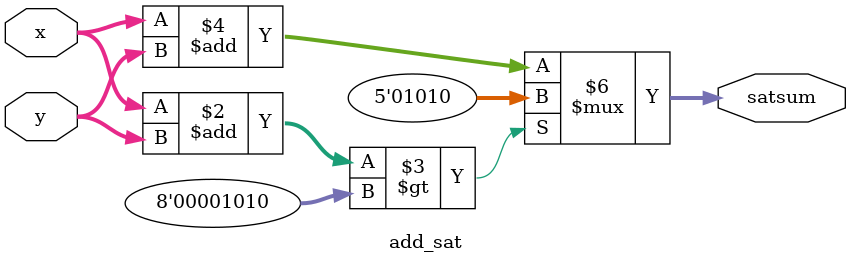
<source format=v>
module add_sat( x, y, satsum );
  parameter limit = 8'H0A;
  input [3:0] x;
  input [3:0] y;
  output reg [4:0] satsum;
  always @(*) begin
    if ( x + y > limit)
      satsum = limit;
    else
      satsum = x + y;
    end
endmodule
</source>
